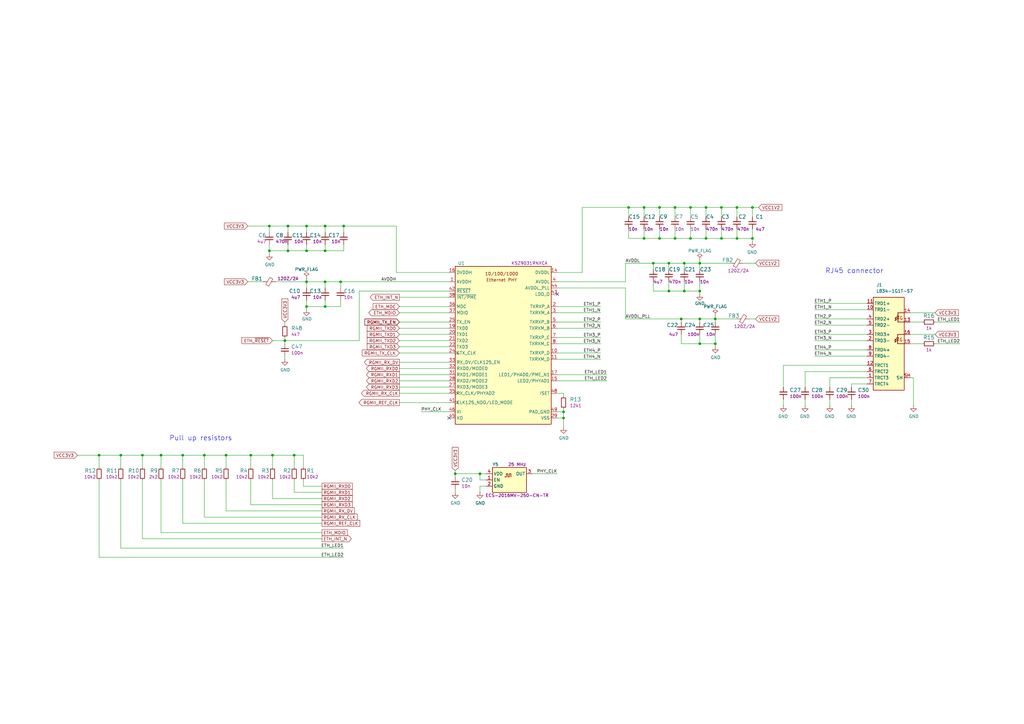
<source format=kicad_sch>
(kicad_sch (version 20230121) (generator eeschema)
  (paper "A3")
  (title_block (title "ECP5 - Datacenter Secure Control Module (DC-SCM)") (date "2024-07-15") (rev "1.2.1"))
  (junction (at 133.35 115.57))
  (junction (at 118.11 102.87))
  (junction (at 58.42 186.69))
  (junction (at 267.97 107.95))
  (junction (at 133.35 125.73))
  (junction (at 125.73 115.57))
  (junction (at 140.97 92.71))
  (junction (at 231.14 171.45))
  (junction (at 40.64 186.69))
  (junction (at 110.49 92.71))
  (junction (at 295.91 85.09))
  (junction (at 308.61 97.79))
  (junction (at 186.69 194.31))
  (junction (at 139.7 115.57))
  (junction (at 293.37 140.97))
  (junction (at 287.02 140.97))
  (junction (at 133.35 92.71))
  (junction (at 276.86 85.09))
  (junction (at 111.76 186.69))
  (junction (at 83.82 186.69))
  (junction (at 276.86 97.79))
  (junction (at 257.81 85.09))
  (junction (at 49.53 186.69))
  (junction (at 118.11 92.71))
  (junction (at 102.87 186.69))
  (junction (at 110.49 102.87))
  (junction (at 302.26 85.09))
  (junction (at 287.02 130.81))
  (junction (at 264.16 97.79))
  (junction (at 125.73 102.87))
  (junction (at 74.93 186.69))
  (junction (at 125.73 125.73))
  (junction (at 287.02 119.38))
  (junction (at 293.37 130.81))
  (junction (at 274.32 119.38))
  (junction (at 283.21 85.09))
  (junction (at 295.91 97.79))
  (junction (at 92.71 186.69))
  (junction (at 308.61 85.09))
  (junction (at 270.51 97.79))
  (junction (at 280.67 119.38))
  (junction (at 264.16 85.09))
  (junction (at 66.04 186.69))
  (junction (at 280.67 107.95))
  (junction (at 283.21 97.79))
  (junction (at 270.51 85.09))
  (junction (at 231.14 168.91))
  (junction (at 120.65 186.69))
  (junction (at 125.73 92.71))
  (junction (at 302.26 97.79))
  (junction (at 279.4 130.81))
  (junction (at 289.56 97.79))
  (junction (at 133.35 102.87))
  (junction (at 289.56 85.09))
  (junction (at 287.02 107.95))
  (junction (at 196.85 194.31))
  (junction (at 274.32 107.95))
  (junction (at 116.84 139.7))
  (no_connect (at 228.6 120.65))
  (no_connect (at 184.15 171.45))
  (wire (pts (xy 186.69 193.04) (xy 186.69 194.31)))
  (wire (pts (xy 302.26 97.79) (xy 308.61 97.79)))
  (wire (pts (xy 116.84 139.7) (xy 116.84 140.97)))
  (wire (pts (xy 287.02 115.57) (xy 287.02 119.38)))
  (wire (pts (xy 231.14 168.91) (xy 231.14 171.45)))
  (wire (pts (xy 289.56 85.09) (xy 295.91 85.09)))
  (wire (pts (xy 147.32 119.38) (xy 147.32 139.7)))
  (wire (pts (xy 279.4 140.97) (xy 287.02 140.97)))
  (wire (pts (xy 304.8 107.95) (xy 309.88 107.95)))
  (wire (pts (xy 334.01 137.16) (xy 355.6 137.16)))
  (wire (pts (xy 308.61 93.98) (xy 308.61 97.79)))
  (wire (pts (xy 289.56 85.09) (xy 289.56 88.9)))
  (wire (pts (xy 184.15 134.62) (xy 163.83 134.62)))
  (wire (pts (xy 196.85 199.39) (xy 196.85 201.93)))
  (wire (pts (xy 58.42 196.85) (xy 58.42 220.98)))
  (wire (pts (xy 184.15 161.29) (xy 163.83 161.29)))
  (wire (pts (xy 162.56 111.76) (xy 162.56 92.71)))
  (wire (pts (xy 307.34 130.81) (xy 309.88 130.81)))
  (wire (pts (xy 147.32 139.7) (xy 116.84 139.7)))
  (wire (pts (xy 246.38 128.27) (xy 228.6 128.27)))
  (wire (pts (xy 295.91 93.98) (xy 295.91 97.79)))
  (wire (pts (xy 287.02 107.95) (xy 287.02 110.49)))
  (wire (pts (xy 120.65 196.85) (xy 120.65 201.93)))
  (wire (pts (xy 308.61 85.09) (xy 308.61 88.9)))
  (wire (pts (xy 74.93 214.63) (xy 132.08 214.63)))
  (wire (pts (xy 231.14 162.56) (xy 231.14 161.29)))
  (wire (pts (xy 125.73 92.71) (xy 133.35 92.71)))
  (wire (pts (xy 133.35 125.73) (xy 139.7 125.73)))
  (wire (pts (xy 256.54 118.11) (xy 256.54 130.81)))
  (wire (pts (xy 231.14 167.64) (xy 231.14 168.91)))
  (wire (pts (xy 267.97 115.57) (xy 267.97 119.38)))
  (wire (pts (xy 184.15 111.76) (xy 162.56 111.76)))
  (wire (pts (xy 111.76 139.7) (xy 116.84 139.7)))
  (wire (pts (xy 110.49 92.71) (xy 110.49 95.25)))
  (wire (pts (xy 238.76 85.09) (xy 257.81 85.09)))
  (wire (pts (xy 140.97 224.79) (xy 49.53 224.79)))
  (wire (pts (xy 274.32 107.95) (xy 280.67 107.95)))
  (wire (pts (xy 133.35 123.19) (xy 133.35 125.73)))
  (wire (pts (xy 308.61 97.79) (xy 308.61 99.06)))
  (wire (pts (xy 293.37 132.08) (xy 293.37 130.81)))
  (wire (pts (xy 139.7 123.19) (xy 139.7 125.73)))
  (wire (pts (xy 83.82 212.09) (xy 132.08 212.09)))
  (wire (pts (xy 186.69 194.31) (xy 186.69 195.58)))
  (wire (pts (xy 124.46 199.39) (xy 132.08 199.39)))
  (wire (pts (xy 334.01 146.05) (xy 355.6 146.05)))
  (wire (pts (xy 287.02 130.81) (xy 293.37 130.81)))
  (wire (pts (xy 66.04 196.85) (xy 66.04 218.44)))
  (wire (pts (xy 283.21 85.09) (xy 283.21 88.9)))
  (wire (pts (xy 40.64 186.69) (xy 40.64 191.77)))
  (wire (pts (xy 132.08 207.01) (xy 102.87 207.01)))
  (wire (pts (xy 49.53 196.85) (xy 49.53 224.79)))
  (wire (pts (xy 334.01 143.51) (xy 355.6 143.51)))
  (wire (pts (xy 184.15 121.92) (xy 163.83 121.92)))
  (wire (pts (xy 116.84 146.05) (xy 116.84 147.32)))
  (wire (pts (xy 102.87 186.69) (xy 92.71 186.69)))
  (wire (pts (xy 293.37 129.54) (xy 293.37 130.81)))
  (wire (pts (xy 295.91 85.09) (xy 302.26 85.09)))
  (wire (pts (xy 270.51 97.79) (xy 276.86 97.79)))
  (wire (pts (xy 248.92 153.67) (xy 228.6 153.67)))
  (wire (pts (xy 334.01 130.81) (xy 355.6 130.81)))
  (wire (pts (xy 133.35 92.71) (xy 140.97 92.71)))
  (wire (pts (xy 184.15 165.1) (xy 163.83 165.1)))
  (wire (pts (xy 110.49 102.87) (xy 118.11 102.87)))
  (wire (pts (xy 334.01 127) (xy 355.6 127)))
  (wire (pts (xy 110.49 92.71) (xy 118.11 92.71)))
  (wire (pts (xy 107.95 115.57) (xy 101.6 115.57)))
  (wire (pts (xy 228.6 118.11) (xy 256.54 118.11)))
  (wire (pts (xy 74.93 196.85) (xy 74.93 214.63)))
  (wire (pts (xy 228.6 168.91) (xy 231.14 168.91)))
  (wire (pts (xy 246.38 134.62) (xy 228.6 134.62)))
  (wire (pts (xy 228.6 111.76) (xy 238.76 111.76)))
  (wire (pts (xy 246.38 125.73) (xy 228.6 125.73)))
  (wire (pts (xy 49.53 186.69) (xy 40.64 186.69)))
  (wire (pts (xy 330.2 163.83) (xy 330.2 166.37)))
  (wire (pts (xy 125.73 123.19) (xy 125.73 125.73)))
  (wire (pts (xy 140.97 100.33) (xy 140.97 102.87)))
  (wire (pts (xy 110.49 100.33) (xy 110.49 102.87)))
  (wire (pts (xy 393.7 132.08) (xy 383.54 132.08)))
  (wire (pts (xy 302.26 85.09) (xy 302.26 88.9)))
  (wire (pts (xy 246.38 144.78) (xy 228.6 144.78)))
  (wire (pts (xy 199.39 196.85) (xy 196.85 196.85)))
  (wire (pts (xy 118.11 100.33) (xy 118.11 102.87)))
  (wire (pts (xy 293.37 130.81) (xy 302.26 130.81)))
  (wire (pts (xy 110.49 102.87) (xy 110.49 104.14)))
  (wire (pts (xy 321.31 149.86) (xy 321.31 158.75)))
  (wire (pts (xy 302.26 85.09) (xy 308.61 85.09)))
  (wire (pts (xy 92.71 196.85) (xy 92.71 209.55)))
  (wire (pts (xy 231.14 161.29) (xy 228.6 161.29)))
  (wire (pts (xy 373.38 132.08) (xy 378.46 132.08)))
  (wire (pts (xy 196.85 194.31) (xy 186.69 194.31)))
  (wire (pts (xy 257.81 85.09) (xy 264.16 85.09)))
  (wire (pts (xy 295.91 85.09) (xy 295.91 88.9)))
  (wire (pts (xy 83.82 186.69) (xy 83.82 191.77)))
  (wire (pts (xy 287.02 106.68) (xy 287.02 107.95)))
  (wire (pts (xy 111.76 196.85) (xy 111.76 204.47)))
  (wire (pts (xy 287.02 137.16) (xy 287.02 140.97)))
  (wire (pts (xy 163.83 148.59) (xy 184.15 148.59)))
  (wire (pts (xy 118.11 92.71) (xy 118.11 95.25)))
  (wire (pts (xy 246.38 132.08) (xy 228.6 132.08)))
  (wire (pts (xy 125.73 102.87) (xy 133.35 102.87)))
  (wire (pts (xy 256.54 115.57) (xy 256.54 107.95)))
  (wire (pts (xy 184.15 156.21) (xy 163.83 156.21)))
  (wire (pts (xy 264.16 85.09) (xy 264.16 88.9)))
  (wire (pts (xy 257.81 93.98) (xy 257.81 97.79)))
  (wire (pts (xy 111.76 186.69) (xy 120.65 186.69)))
  (wire (pts (xy 140.97 228.6) (xy 40.64 228.6)))
  (wire (pts (xy 334.01 139.7) (xy 355.6 139.7)))
  (wire (pts (xy 349.25 157.48) (xy 355.6 157.48)))
  (wire (pts (xy 321.31 163.83) (xy 321.31 166.37)))
  (wire (pts (xy 256.54 130.81) (xy 279.4 130.81)))
  (wire (pts (xy 139.7 115.57) (xy 139.7 118.11)))
  (wire (pts (xy 58.42 220.98) (xy 132.08 220.98)))
  (wire (pts (xy 196.85 194.31) (xy 199.39 194.31)))
  (wire (pts (xy 274.32 119.38) (xy 267.97 119.38)))
  (wire (pts (xy 383.54 140.97) (xy 393.7 140.97)))
  (wire (pts (xy 58.42 186.69) (xy 49.53 186.69)))
  (wire (pts (xy 116.84 132.08) (xy 116.84 133.35)))
  (wire (pts (xy 256.54 107.95) (xy 267.97 107.95)))
  (wire (pts (xy 184.15 119.38) (xy 147.32 119.38)))
  (wire (pts (xy 111.76 186.69) (xy 102.87 186.69)))
  (wire (pts (xy 280.67 107.95) (xy 280.67 110.49)))
  (wire (pts (xy 118.11 92.71) (xy 125.73 92.71)))
  (wire (pts (xy 283.21 97.79) (xy 289.56 97.79)))
  (wire (pts (xy 113.03 115.57) (xy 125.73 115.57)))
  (wire (pts (xy 334.01 133.35) (xy 355.6 133.35)))
  (wire (pts (xy 184.15 144.78) (xy 163.83 144.78)))
  (wire (pts (xy 274.32 119.38) (xy 280.67 119.38)))
  (wire (pts (xy 246.38 138.43) (xy 228.6 138.43)))
  (wire (pts (xy 125.73 100.33) (xy 125.73 102.87)))
  (wire (pts (xy 283.21 93.98) (xy 283.21 97.79)))
  (wire (pts (xy 228.6 171.45) (xy 231.14 171.45)))
  (wire (pts (xy 83.82 186.69) (xy 74.93 186.69)))
  (wire (pts (xy 139.7 115.57) (xy 184.15 115.57)))
  (wire (pts (xy 274.32 115.57) (xy 274.32 119.38)))
  (wire (pts (xy 40.64 196.85) (xy 40.64 228.6)))
  (wire (pts (xy 163.83 153.67) (xy 184.15 153.67)))
  (wire (pts (xy 270.51 93.98) (xy 270.51 97.79)))
  (wire (pts (xy 120.65 186.69) (xy 120.65 191.77)))
  (wire (pts (xy 228.6 156.21) (xy 248.92 156.21)))
  (wire (pts (xy 111.76 186.69) (xy 111.76 191.77)))
  (wire (pts (xy 163.83 125.73) (xy 184.15 125.73)))
  (wire (pts (xy 330.2 152.4) (xy 355.6 152.4)))
  (wire (pts (xy 276.86 97.79) (xy 283.21 97.79)))
  (wire (pts (xy 133.35 102.87) (xy 140.97 102.87)))
  (wire (pts (xy 295.91 97.79) (xy 302.26 97.79)))
  (wire (pts (xy 289.56 97.79) (xy 295.91 97.79)))
  (wire (pts (xy 66.04 186.69) (xy 58.42 186.69)))
  (wire (pts (xy 340.36 154.94) (xy 355.6 154.94)))
  (wire (pts (xy 264.16 93.98) (xy 264.16 97.79)))
  (wire (pts (xy 110.49 92.71) (xy 101.6 92.71)))
  (wire (pts (xy 383.54 128.27) (xy 373.38 128.27)))
  (wire (pts (xy 163.83 142.24) (xy 184.15 142.24)))
  (wire (pts (xy 186.69 201.93) (xy 186.69 200.66)))
  (wire (pts (xy 289.56 85.09) (xy 283.21 85.09)))
  (wire (pts (xy 132.08 204.47) (xy 111.76 204.47)))
  (wire (pts (xy 58.42 186.69) (xy 58.42 191.77)))
  (wire (pts (xy 133.35 100.33) (xy 133.35 102.87)))
  (wire (pts (xy 383.54 137.16) (xy 373.38 137.16)))
  (wire (pts (xy 283.21 85.09) (xy 276.86 85.09)))
  (wire (pts (xy 125.73 92.71) (xy 125.73 95.25)))
  (wire (pts (xy 280.67 107.95) (xy 287.02 107.95)))
  (wire (pts (xy 279.4 132.08) (xy 279.4 130.81)))
  (wire (pts (xy 133.35 115.57) (xy 133.35 118.11)))
  (wire (pts (xy 66.04 186.69) (xy 66.04 191.77)))
  (wire (pts (xy 276.86 93.98) (xy 276.86 97.79)))
  (wire (pts (xy 92.71 186.69) (xy 92.71 191.77)))
  (wire (pts (xy 184.15 139.7) (xy 163.83 139.7)))
  (wire (pts (xy 287.02 140.97) (xy 293.37 140.97)))
  (wire (pts (xy 120.65 186.69) (xy 124.46 186.69)))
  (wire (pts (xy 287.02 119.38) (xy 287.02 120.65)))
  (wire (pts (xy 267.97 107.95) (xy 267.97 110.49)))
  (wire (pts (xy 118.11 102.87) (xy 125.73 102.87)))
  (wire (pts (xy 287.02 107.95) (xy 299.72 107.95)))
  (wire (pts (xy 330.2 152.4) (xy 330.2 158.75)))
  (wire (pts (xy 163.83 137.16) (xy 184.15 137.16)))
  (wire (pts (xy 289.56 93.98) (xy 289.56 97.79)))
  (wire (pts (xy 83.82 196.85) (xy 83.82 212.09)))
  (wire (pts (xy 184.15 128.27) (xy 163.83 128.27)))
  (wire (pts (xy 124.46 186.69) (xy 124.46 191.77)))
  (wire (pts (xy 349.25 163.83) (xy 349.25 166.37)))
  (wire (pts (xy 125.73 125.73) (xy 133.35 125.73)))
  (wire (pts (xy 302.26 93.98) (xy 302.26 97.79)))
  (wire (pts (xy 184.15 168.91) (xy 172.72 168.91)))
  (wire (pts (xy 133.35 115.57) (xy 139.7 115.57)))
  (wire (pts (xy 125.73 115.57) (xy 125.73 118.11)))
  (wire (pts (xy 274.32 107.95) (xy 274.32 110.49)))
  (wire (pts (xy 238.76 111.76) (xy 238.76 85.09)))
  (wire (pts (xy 116.84 138.43) (xy 116.84 139.7)))
  (wire (pts (xy 264.16 97.79) (xy 270.51 97.79)))
  (wire (pts (xy 218.44 194.31) (xy 228.6 194.31)))
  (wire (pts (xy 349.25 158.75) (xy 349.25 157.48)))
  (wire (pts (xy 267.97 107.95) (xy 274.32 107.95)))
  (wire (pts (xy 231.14 171.45) (xy 231.14 175.26)))
  (wire (pts (xy 184.15 151.13) (xy 163.83 151.13)))
  (wire (pts (xy 228.6 115.57) (xy 256.54 115.57)))
  (wire (pts (xy 74.93 186.69) (xy 74.93 191.77)))
  (wire (pts (xy 308.61 85.09) (xy 311.15 85.09)))
  (wire (pts (xy 133.35 92.71) (xy 133.35 95.25)))
  (wire (pts (xy 246.38 140.97) (xy 228.6 140.97)))
  (wire (pts (xy 132.08 201.93) (xy 120.65 201.93)))
  (wire (pts (xy 140.97 92.71) (xy 162.56 92.71)))
  (wire (pts (xy 125.73 115.57) (xy 133.35 115.57)))
  (wire (pts (xy 334.01 124.46) (xy 355.6 124.46)))
  (wire (pts (xy 293.37 140.97) (xy 293.37 142.24)))
  (wire (pts (xy 270.51 85.09) (xy 270.51 88.9)))
  (wire (pts (xy 125.73 125.73) (xy 125.73 127)))
  (wire (pts (xy 280.67 119.38) (xy 287.02 119.38)))
  (wire (pts (xy 124.46 196.85) (xy 124.46 199.39)))
  (wire (pts (xy 40.64 186.69) (xy 31.75 186.69)))
  (wire (pts (xy 163.83 132.08) (xy 184.15 132.08)))
  (wire (pts (xy 132.08 218.44) (xy 66.04 218.44)))
  (wire (pts (xy 199.39 199.39) (xy 196.85 199.39)))
  (wire (pts (xy 276.86 85.09) (xy 276.86 88.9)))
  (wire (pts (xy 276.86 85.09) (xy 270.51 85.09)))
  (wire (pts (xy 102.87 196.85) (xy 102.87 207.01)))
  (wire (pts (xy 270.51 85.09) (xy 264.16 85.09)))
  (wire (pts (xy 257.81 97.79) (xy 264.16 97.79)))
  (wire (pts (xy 163.83 158.75) (xy 184.15 158.75)))
  (wire (pts (xy 340.36 158.75) (xy 340.36 154.94)))
  (wire (pts (xy 340.36 163.83) (xy 340.36 166.37)))
  (wire (pts (xy 125.73 114.3) (xy 125.73 115.57)))
  (wire (pts (xy 74.93 186.69) (xy 66.04 186.69)))
  (wire (pts (xy 373.38 154.94) (xy 374.65 154.94)))
  (wire (pts (xy 373.38 140.97) (xy 378.46 140.97)))
  (wire (pts (xy 257.81 85.09) (xy 257.81 88.9)))
  (wire (pts (xy 279.4 130.81) (xy 287.02 130.81)))
  (wire (pts (xy 279.4 137.16) (xy 279.4 140.97)))
  (wire (pts (xy 287.02 132.08) (xy 287.02 130.81)))
  (wire (pts (xy 355.6 149.86) (xy 321.31 149.86)))
  (wire (pts (xy 293.37 137.16) (xy 293.37 140.97)))
  (wire (pts (xy 92.71 209.55) (xy 132.08 209.55)))
  (wire (pts (xy 196.85 196.85) (xy 196.85 194.31)))
  (wire (pts (xy 102.87 186.69) (xy 102.87 191.77)))
  (wire (pts (xy 374.65 154.94) (xy 374.65 166.37)))
  (wire (pts (xy 92.71 186.69) (xy 83.82 186.69)))
  (wire (pts (xy 140.97 92.71) (xy 140.97 95.25)))
  (wire (pts (xy 280.67 115.57) (xy 280.67 119.38)))
  (wire (pts (xy 246.38 147.32) (xy 228.6 147.32)))
  (wire (pts (xy 49.53 186.69) (xy 49.53 191.77)))
  (text "RJ45 connector" (at 338.455 112.395 0) (effects (font (size 2.0066 2.0066)) (justify left bottom)))
  (text "Pull up resistors" (at 95.25 180.975 0) (effects (font (size 2.0066 2.0066)) (justify right bottom)))
  (label "ETH1_P" (at 334.01 124.46 0))
  (label "ETH4_P" (at 334.01 143.51 0))
  (label "ETH4_P" (at 246.38 144.78 180))
  (label "AVDDL" (at 256.54 107.95 0))
  (label "ETH_LED2" (at 393.7 140.97 180))
  (label "ETH4_N" (at 246.38 147.32 180))
  (label "ETH2_N" (at 246.38 134.62 180))
  (label "ETH4_N" (at 334.01 146.05 0))
  (label "ETH2_P" (at 246.38 132.08 180))
  (label "ETH1_P" (at 246.38 125.73 180))
  (label "ETH2_N" (at 334.01 133.35 0))
  (label "PHY_CLK" (at 172.72 168.91 0))
  (label "ETH1_N" (at 246.38 128.27 180))
  (label "ETH1_N" (at 334.01 127 0))
  (label "ETH_LED2" (at 248.92 156.21 180))
  (label "ETH_LED1" (at 248.92 153.67 180))
  (label "ETH3_N" (at 246.38 140.97 180))
  (label "ETH3_N" (at 334.01 139.7 0))
  (label "ETH2_P" (at 334.01 130.81 0))
  (label "ETH3_P" (at 334.01 137.16 0))
  (label "ETH_LED2" (at 140.97 228.6 180))
  (label "ETH_LED1" (at 393.7 132.08 180))
  (label "ETH_LED1" (at 140.97 224.79 180))
  (label "PHY_CLK" (at 228.6 194.31 180))
  (label "ETH3_P" (at 246.38 138.43 180))
  (label "AVDDL_PLL" (at 256.54 130.81 0))
  (label "AVDDH" (at 162.56 115.57 180))
  (global_label "ETH_INT_N" (shape output) (at 163.83 121.92 180) (property "Intersheetrefs" "${INTERSHEET_REFS}" (effects hide)))
  (global_label "RGMII_TX_EN" (shape input) (at 163.83 132.08 180) (property "Intersheetrefs" "${INTERSHEET_REFS}" (effects hide)))
  (global_label "RGMII_RXD1" (shape output) (at 163.83 153.67 180) (property "Intersheetrefs" "${INTERSHEET_REFS}" (effects hide)))
  (global_label "RGMII_RX_DV" (shape passive) (at 132.08 209.55 0) (property "Intersheetrefs" "${INTERSHEET_REFS}" (effects hide)))
  (global_label "VCC1V2" (shape input) (at 309.88 130.81 0) (property "Intersheetrefs" "${INTERSHEET_REFS}" (effects hide)))
  (global_label "RGMII_RXD3" (shape output) (at 163.83 158.75 180) (property "Intersheetrefs" "${INTERSHEET_REFS}" (effects hide)))
  (global_label "RGMII_TXD2" (shape input) (at 163.83 139.7 180) (property "Intersheetrefs" "${INTERSHEET_REFS}" (effects hide)))
  (global_label "VCC3V3" (shape input) (at 383.54 137.16 0) (property "Intersheetrefs" "${INTERSHEET_REFS}" (effects hide)))
  (global_label "RGMII_RX_DV" (shape output) (at 163.83 148.59 180) (property "Intersheetrefs" "${INTERSHEET_REFS}" (effects hide)))
  (global_label "RGMII_TX_CLK" (shape input) (at 163.83 144.78 180) (property "Intersheetrefs" "${INTERSHEET_REFS}" (effects hide)))
  (global_label "RGMII_RXD0" (shape output) (at 163.83 151.13 180) (property "Intersheetrefs" "${INTERSHEET_REFS}" (effects hide)))
  (global_label "VCC3V3" (shape input) (at 101.6 92.71 180) (property "Intersheetrefs" "${INTERSHEET_REFS}" (effects hide)))
  (global_label "RGMII_TXD0" (shape input) (at 163.83 134.62 180) (property "Intersheetrefs" "${INTERSHEET_REFS}" (effects hide)))
  (global_label "RGMII_REF_CLK" (shape passive) (at 132.08 214.63 0) (property "Intersheetrefs" "${INTERSHEET_REFS}" (effects hide)))
  (global_label "ETH_MDIO" (shape bidirectional) (at 163.83 128.27 180) (property "Intersheetrefs" "${INTERSHEET_REFS}" (effects hide)))
  (global_label "RGMII_RXD3" (shape passive) (at 132.08 207.01 0) (property "Intersheetrefs" "${INTERSHEET_REFS}" (effects hide)))
  (global_label "VCC3V3" (shape input) (at 186.69 193.04 90) (property "Intersheetrefs" "${INTERSHEET_REFS}" (effects hide)))
  (global_label "RGMII_TXD1" (shape input) (at 163.83 137.16 180) (property "Intersheetrefs" "${INTERSHEET_REFS}" (effects hide)))
  (global_label "ETH_MDC" (shape input) (at 163.83 125.73 180) (property "Intersheetrefs" "${INTERSHEET_REFS}" (effects hide)))
  (global_label "ETH_INT_N" (shape output) (at 132.08 220.98 0) (property "Intersheetrefs" "${INTERSHEET_REFS}" (effects hide)))
  (global_label "VCC1V2" (shape input) (at 309.88 107.95 0) (property "Intersheetrefs" "${INTERSHEET_REFS}" (effects hide)))
  (global_label "VCC1V2" (shape input) (at 311.15 85.09 0) (property "Intersheetrefs" "${INTERSHEET_REFS}" (effects hide)))
  (global_label "RGMII_REF_CLK" (shape output) (at 163.83 165.1 180) (property "Intersheetrefs" "${INTERSHEET_REFS}" (effects hide)))
  (global_label "RGMII_TXD3" (shape input) (at 163.83 142.24 180) (property "Intersheetrefs" "${INTERSHEET_REFS}" (effects hide)))
  (global_label "RGMII_RXD2" (shape passive) (at 132.08 204.47 0) (property "Intersheetrefs" "${INTERSHEET_REFS}" (effects hide)))
  (global_label "RGMII_RX_CLK" (shape passive) (at 132.08 212.09 0) (property "Intersheetrefs" "${INTERSHEET_REFS}" (effects hide)))
  (global_label "RGMII_RXD2" (shape output) (at 163.83 156.21 180) (property "Intersheetrefs" "${INTERSHEET_REFS}" (effects hide)))
  (global_label "VCC3V3" (shape input) (at 31.75 186.69 180) (property "Intersheetrefs" "${INTERSHEET_REFS}" (effects hide)))
  (global_label "RGMII_RXD1" (shape passive) (at 132.08 201.93 0) (property "Intersheetrefs" "${INTERSHEET_REFS}" (effects hide)))
  (global_label "VCC3V3" (shape input) (at 116.84 132.08 90) (property "Intersheetrefs" "${INTERSHEET_REFS}" (effects hide)))
  (global_label "RGMII_RXD0" (shape passive) (at 132.08 199.39 0) (property "Intersheetrefs" "${INTERSHEET_REFS}" (effects hide)))
  (global_label "RGMII_TX_EN" (shape input) (at 163.83 132.08 180) (property "Intersheetrefs" "${INTERSHEET_REFS}" (effects hide)))
  (global_label "ETH_~{RESET}" (shape input) (at 111.76 139.7 180) (property "Intersheetrefs" "${INTERSHEET_REFS}" (effects hide)))
  (global_label "VCC3V3" (shape input) (at 383.54 128.27 0) (property "Intersheetrefs" "${INTERSHEET_REFS}" (effects hide)))
  (global_label "VCC3V3" (shape input) (at 101.6 115.57 180) (property "Intersheetrefs" "${INTERSHEET_REFS}" (effects hide)))
  (global_label "RGMII_RX_CLK" (shape output) (at 163.83 161.29 180) (property "Intersheetrefs" "${INTERSHEET_REFS}" (effects hide)))
  (global_label "ETH_MDIO" (shape passive) (at 132.08 218.44 0) (property "Intersheetrefs" "${INTERSHEET_REFS}" (effects hide)))
  (symbol (lib_id "antmicroResistors0402:R_2k2_0402") (at 66.04 191.77 90) (mirror x) (unit 1)
    (property "Reference" "R9" (at 64.77 193.04 90) (effects (font (size 1.524 1.524)) (justify left)))
    (property "Value" "R_2k2_0402" (effects hide))
    (property "Footprint" "antmicro-footprints:R_0402_1005Metric" (effects hide))
    (property "Datasheet" "https://www.bourns.com/docs/product-datasheets/cr.pdf" (effects hide))
    (property "Manufacturer" "Bourns" (effects hide))
    (property "MPN" "CR0402-FX-2201GLF" (effects hide))
    (property "Val" "2k2" (at 64.77 195.58 90) (effects (justify left)))
    (property "License" "Apache-2.0" (effects hide))
    (property "Author" "Antmicro" (effects hide))
    (property "Tolerance" "1%" (effects hide))
    (property "Public" "False" (effects hide))
  )
  (symbol (lib_id "antmicroResistors0402:R_1k_0402") (at 378.46 132.08 0) (unit 1)
    (property "Reference" "R16" (at 381 129.54 0) (effects (font (size 1.524 1.524))))
    (property "Value" "R_1k_0402" (effects hide))
    (property "Footprint" "antmicro-footprints:R_0402_1005Metric" (effects hide))
    (property "Datasheet" "https://www.bourns.com/docs/product-datasheets/cr.pdf" (effects hide))
    (property "Manufacturer" "Bourns" (effects hide))
    (property "MPN" "CR0402-FX-1001GLF" (effects hide))
    (property "Val" "1k" (at 381 134.62 0))
    (property "License" "Apache-2.0" (effects hide))
    (property "Author" "Antmicro" (effects hide))
    (property "Tolerance" "1%" (effects hide))
    (property "Public" "False" (effects hide))
  )
  (symbol (lib_id "antmicroResistors0402:R_1k_0402") (at 378.46 140.97 0) (unit 1)
    (property "Reference" "R15" (at 381 138.43 0) (effects (font (size 1.524 1.524))))
    (property "Value" "R_1k_0402" (effects hide))
    (property "Footprint" "antmicro-footprints:R_0402_1005Metric" (effects hide))
    (property "Datasheet" "https://www.bourns.com/docs/product-datasheets/cr.pdf" (effects hide))
    (property "Manufacturer" "Bourns" (effects hide))
    (property "MPN" "CR0402-FX-1001GLF" (effects hide))
    (property "Val" "1k" (at 381 143.51 0))
    (property "License" "Apache-2.0" (effects hide))
    (property "Author" "Antmicro" (effects hide))
    (property "Tolerance" "1%" (effects hide))
    (property "Public" "False" (effects hide))
  )
  (symbol (lib_id "antmicropower:GND") (at 374.65 166.37 0) (unit 1)
    (property "Reference" "#PWR09" (effects hide))
    (property "Value" "GND" (at 374.777 170.7642 0))
    (property "Author" "Antmicro" (effects hide))
    (property "License" "Apache-2.0" (effects hide))
  )
  (symbol (lib_id "antmicroCapacitors0402:C_4u7_0402") (at 267.97 115.57 90) (unit 1)
    (property "Reference" "C18" (at 273.05 110.49 90) (effects (font (size 1.524 1.524)) (justify left)))
    (property "Value" "C_4u7_0402" (effects hide))
    (property "Footprint" "antmicro-footprints:C_0402_1005Metric" (effects hide))
    (property "Datasheet" "https://www.murata.com/products/productdetail?partno=GRM155R61A475MEAA%23" (effects hide))
    (property "Manufacturer" "Murata" (effects hide))
    (property "MPN" "GRM155R61A475MEAAD" (effects hide))
    (property "Val" "4u7" (at 271.78 115.57 90) (effects (justify left)))
    (property "License" "Apache-2.0" (effects hide))
    (property "Author" "Antmicro" (effects hide))
    (property "Public" "False" (effects hide))
  )
  (symbol (lib_id "antmicroCapacitors0402:C_470n_0402") (at 274.32 115.57 90) (unit 1)
    (property "Reference" "C19" (at 274.32 110.49 90) (effects (font (size 1.524 1.524)) (justify right)))
    (property "Value" "C_470n_0402" (effects hide))
    (property "Footprint" "antmicro-footprints:C_0402_1005Metric" (effects hide))
    (property "Datasheet" "https://product.tdk.com/en/search/capacitor/ceramic/mlcc/info?part_no=C1005X5R1E474M050BB" (effects hide))
    (property "Manufacturer" "TDK" (effects hide))
    (property "MPN" "C1005X5R1E474M050BB" (effects hide))
    (property "Val" "470n" (at 274.32 115.57 90) (effects (justify right)))
    (property "License" "Apache-2.0" (effects hide))
    (property "Author" "Antmicro" (effects hide))
    (property "Public" "False" (effects hide))
  )
  (symbol (lib_id "antmicroCapacitors0402:C_10n_0402") (at 280.67 115.57 90) (unit 1)
    (property "Reference" "C21" (at 280.67 110.49 90) (effects (font (size 1.524 1.524)) (justify right)))
    (property "Value" "C_10n_0402" (effects hide))
    (property "Footprint" "antmicro-footprints:C_0402_1005Metric" (effects hide))
    (property "Datasheet" "https://www.murata.com/products/productdetail?partno=GRM155R71H103KA88%23" (effects hide))
    (property "Manufacturer" "Murata" (effects hide))
    (property "MPN" "GRM155R71H103KA88D" (effects hide))
    (property "Val" "10n" (at 280.67 115.57 90) (effects (justify right)))
    (property "License" "Apache-2.0" (effects hide))
    (property "Author" "Antmicro" (effects hide))
    (property "Voltage" "50V" (effects hide))
    (property "Dielectric" "X7R" (effects hide))
    (property "Public" "False" (effects hide))
  )
  (symbol (lib_id "antmicroCapacitors0402:C_100n_0402") (at 287.02 137.16 90) (unit 1)
    (property "Reference" "C24" (at 280.67 133.35 90) (effects (font (size 1.524 1.524)) (justify right)))
    (property "Value" "C_100n_0402" (effects hide))
    (property "Footprint" "antmicro-footprints:C_0402_1005Metric" (effects hide))
    (property "Datasheet" "https://www.murata.com/products/productdetail?partno=GRM155R61H104KE14%23" (effects hide))
    (property "Manufacturer" "Murata" (effects hide))
    (property "MPN" "GRM155R61H104KE14D" (effects hide))
    (property "Val" "100n" (at 281.94 137.16 90) (effects (justify right)))
    (property "License" "Apache-2.0" (effects hide))
    (property "Author" "Antmicro" (effects hide))
    (property "Voltage" "50V" (effects hide))
    (property "Dielectric" "X5R" (effects hide))
    (property "Public" "False" (effects hide))
  )
  (symbol (lib_id "antmicroCapacitors0402:C_10n_0402") (at 186.69 200.66 90) (unit 1)
    (property "Reference" "C20" (at 189.23 196.8436 90) (effects (font (size 1.524 1.524)) (justify right)))
    (property "Value" "C_10n_0402" (effects hide))
    (property "Footprint" "antmicro-footprints:C_0402_1005Metric" (effects hide))
    (property "Datasheet" "https://www.murata.com/products/productdetail?partno=GRM155R71H103KA88%23" (effects hide))
    (property "Manufacturer" "Murata" (effects hide))
    (property "MPN" "GRM155R71H103KA88D" (effects hide))
    (property "Val" "10n" (at 189.23 199.3836 90) (effects (justify right)))
    (property "License" "Apache-2.0" (effects hide))
    (property "Author" "Antmicro" (effects hide))
    (property "Voltage" "50V" (effects hide))
    (property "Dielectric" "X7R" (effects hide))
    (property "Public" "False" (effects hide))
  )
  (symbol (lib_id "antmicroCapacitors0402:C_10n_0402") (at 287.02 115.57 90) (unit 1)
    (property "Reference" "C23" (at 287.02 110.49 90) (effects (font (size 1.524 1.524)) (justify right)))
    (property "Value" "C_10n_0402" (effects hide))
    (property "Footprint" "antmicro-footprints:C_0402_1005Metric" (effects hide))
    (property "Datasheet" "https://www.murata.com/products/productdetail?partno=GRM155R71H103KA88%23" (effects hide))
    (property "Manufacturer" "Murata" (effects hide))
    (property "MPN" "GRM155R71H103KA88D" (effects hide))
    (property "Val" "10n" (at 287.02 115.57 90) (effects (justify right)))
    (property "License" "Apache-2.0" (effects hide))
    (property "Author" "Antmicro" (effects hide))
    (property "Voltage" "50V" (effects hide))
    (property "Dielectric" "X7R" (effects hide))
    (property "Public" "False" (effects hide))
  )
  (symbol (lib_id "antmicroCapacitors0402:C_4u7_0402") (at 279.4 137.16 90) (unit 1)
    (property "Reference" "C22" (at 278.13 133.35 90) (effects (font (size 1.524 1.524)) (justify left)))
    (property "Value" "C_4u7_0402" (effects hide))
    (property "Footprint" "antmicro-footprints:C_0402_1005Metric" (effects hide))
    (property "Datasheet" "https://www.murata.com/products/productdetail?partno=GRM155R61A475MEAA%23" (effects hide))
    (property "Manufacturer" "Murata" (effects hide))
    (property "MPN" "GRM155R61A475MEAAD" (effects hide))
    (property "Val" "4u7" (at 278.13 137.16 90) (effects (justify left)))
    (property "License" "Apache-2.0" (effects hide))
    (property "Author" "Antmicro" (effects hide))
    (property "Public" "False" (effects hide))
  )
  (symbol (lib_id "antmicroCapacitors0402:C_10n_0402") (at 293.37 137.16 90) (unit 1)
    (property "Reference" "C25" (at 288.29 133.35 90) (effects (font (size 1.524 1.524)) (justify right)))
    (property "Value" "C_10n_0402" (effects hide))
    (property "Footprint" "antmicro-footprints:C_0402_1005Metric" (effects hide))
    (property "Datasheet" "https://www.murata.com/products/productdetail?partno=GRM155R71H103KA88%23" (effects hide))
    (property "Manufacturer" "Murata" (effects hide))
    (property "MPN" "GRM155R71H103KA88D" (effects hide))
    (property "Val" "10n" (at 289.56 137.16 90) (effects (justify right)))
    (property "License" "Apache-2.0" (effects hide))
    (property "Author" "Antmicro" (effects hide))
    (property "Voltage" "50V" (effects hide))
    (property "Dielectric" "X7R" (effects hide))
    (property "Public" "False" (effects hide))
  )
  (symbol (lib_id "antmicropower:GND") (at 186.69 201.93 0) (unit 1)
    (property "Reference" "#PWR030" (effects hide))
    (property "Value" "GND" (at 186.817 206.3242 0))
    (property "Author" "Antmicro" (effects hide))
    (property "License" "Apache-2.0" (effects hide))
  )
  (symbol (lib_id "antmicropower:GND") (at 196.85 201.93 0) (unit 1)
    (property "Reference" "#PWR05" (effects hide))
    (property "Value" "GND" (at 196.977 206.3242 0))
    (property "Author" "Antmicro" (effects hide))
    (property "License" "Apache-2.0" (effects hide))
  )
  (symbol (lib_id "antmicropower:GND") (at 293.37 142.24 0) (unit 1)
    (property "Reference" "#PWR07" (effects hide))
    (property "Value" "GND" (at 293.497 146.6342 0))
    (property "Author" "Antmicro" (effects hide))
    (property "License" "Apache-2.0" (effects hide))
  )
  (symbol (lib_id "antmicropower:GND") (at 287.02 120.65 0) (unit 1)
    (property "Reference" "#PWR06" (effects hide))
    (property "Value" "GND" (at 287.02 124.46 0))
    (property "Author" "Antmicro" (effects hide))
    (property "License" "Apache-2.0" (effects hide))
  )
  (symbol (lib_id "antmicropower:GND") (at 231.14 175.26 0) (unit 1)
    (property "Reference" "#PWR04" (effects hide))
    (property "Value" "GND" (at 231.267 179.6542 0))
    (property "Author" "Antmicro" (effects hide))
    (property "License" "Apache-2.0" (effects hide))
  )
  (symbol (lib_id "antmicroResistors0402:R_10k2_0402") (at 124.46 196.85 270) (mirror x) (unit 1)
    (property "Reference" "R1" (at 125.73 193.04 90) (effects (font (size 1.524 1.524)) (justify left)))
    (property "Value" "R_10k2_0402" (effects hide))
    (property "Footprint" "antmicro-footprints:R_0402_1005Metric" (effects hide))
    (property "Datasheet" "https://www.bourns.com/docs/product-datasheets/cr.pdf" (effects hide))
    (property "Manufacturer" "Bourns" (effects hide))
    (property "MPN" "CR0402-FX-1022GLF" (effects hide))
    (property "Val" "10k2" (at 125.73 195.58 90) (effects (justify left)))
    (property "License" "Apache-2.0" (effects hide))
    (property "Author" "Antmicro" (effects hide))
    (property "Tolerance" "1%" (effects hide))
    (property "Public" "False" (effects hide))
  )
  (symbol (lib_id "antmicroResistors0402:R_10k2_0402") (at 120.65 196.85 270) (mirror x) (unit 1)
    (property "Reference" "R2" (at 119.38 193.04 90) (effects (font (size 1.524 1.524)) (justify right)))
    (property "Value" "R_10k2_0402" (effects hide))
    (property "Footprint" "antmicro-footprints:R_0402_1005Metric" (effects hide))
    (property "Datasheet" "https://www.bourns.com/docs/product-datasheets/cr.pdf" (effects hide))
    (property "Manufacturer" "Bourns" (effects hide))
    (property "MPN" "CR0402-FX-1022GLF" (effects hide))
    (property "Val" "10k2" (at 119.38 195.58 90) (effects (justify right)))
    (property "License" "Apache-2.0" (effects hide))
    (property "Author" "Antmicro" (effects hide))
    (property "Tolerance" "1%" (effects hide))
    (property "Public" "False" (effects hide))
  )
  (symbol (lib_id "antmicroResistors0402:R_10k2_0402") (at 111.76 196.85 270) (mirror x) (unit 1)
    (property "Reference" "R3" (at 110.49 193.04 90) (effects (font (size 1.524 1.524)) (justify right)))
    (property "Value" "R_10k2_0402" (effects hide))
    (property "Footprint" "antmicro-footprints:R_0402_1005Metric" (effects hide))
    (property "Datasheet" "https://www.bourns.com/docs/product-datasheets/cr.pdf" (effects hide))
    (property "Manufacturer" "Bourns" (effects hide))
    (property "MPN" "CR0402-FX-1022GLF" (effects hide))
    (property "Val" "10k2" (at 110.49 195.58 90) (effects (justify right)))
    (property "License" "Apache-2.0" (effects hide))
    (property "Author" "Antmicro" (effects hide))
    (property "Tolerance" "1%" (effects hide))
    (property "Public" "False" (effects hide))
  )
  (symbol (lib_id "antmicroResistors0402:R_10k2_0402") (at 102.87 196.85 270) (mirror x) (unit 1)
    (property "Reference" "R4" (at 101.6 193.04 90) (effects (font (size 1.524 1.524)) (justify right)))
    (property "Value" "R_10k2_0402" (effects hide))
    (property "Footprint" "antmicro-footprints:R_0402_1005Metric" (effects hide))
    (property "Datasheet" "https://www.bourns.com/docs/product-datasheets/cr.pdf" (effects hide))
    (property "Manufacturer" "Bourns" (effects hide))
    (property "MPN" "CR0402-FX-1022GLF" (effects hide))
    (property "Val" "10k2" (at 101.6 195.58 90) (effects (justify right)))
    (property "License" "Apache-2.0" (effects hide))
    (property "Author" "Antmicro" (effects hide))
    (property "Tolerance" "1%" (effects hide))
    (property "Public" "False" (effects hide))
  )
  (symbol (lib_id "antmicroResistors0402:R_10k2_0402") (at 92.71 196.85 270) (mirror x) (unit 1)
    (property "Reference" "R5" (at 91.44 193.04 90) (effects (font (size 1.524 1.524)) (justify right)))
    (property "Value" "R_10k2_0402" (effects hide))
    (property "Footprint" "antmicro-footprints:R_0402_1005Metric" (effects hide))
    (property "Datasheet" "https://www.bourns.com/docs/product-datasheets/cr.pdf" (effects hide))
    (property "Manufacturer" "Bourns" (effects hide))
    (property "MPN" "CR0402-FX-1022GLF" (effects hide))
    (property "Val" "10k2" (at 91.44 195.58 90) (effects (justify right)))
    (property "License" "Apache-2.0" (effects hide))
    (property "Author" "Antmicro" (effects hide))
    (property "Tolerance" "1%" (effects hide))
    (property "Public" "False" (effects hide))
  )
  (symbol (lib_id "antmicroResistors0402:R_10k2_0402") (at 83.82 196.85 270) (mirror x) (unit 1)
    (property "Reference" "R6" (at 82.55 193.04 90) (effects (font (size 1.524 1.524)) (justify right)))
    (property "Value" "R_10k2_0402" (effects hide))
    (property "Footprint" "antmicro-footprints:R_0402_1005Metric" (effects hide))
    (property "Datasheet" "https://www.bourns.com/docs/product-datasheets/cr.pdf" (effects hide))
    (property "Manufacturer" "Bourns" (effects hide))
    (property "MPN" "CR0402-FX-1022GLF" (effects hide))
    (property "Val" "10k2" (at 82.55 195.58 90) (effects (justify right)))
    (property "License" "Apache-2.0" (effects hide))
    (property "Author" "Antmicro" (effects hide))
    (property "Tolerance" "1%" (effects hide))
    (property "Public" "False" (effects hide))
  )
  (symbol (lib_id "antmicroResistors0402:R_10k2_0402") (at 74.93 196.85 270) (mirror x) (unit 1)
    (property "Reference" "R7" (at 73.66 193.04 90) (effects (font (size 1.524 1.524)) (justify right)))
    (property "Value" "R_10k2_0402" (effects hide))
    (property "Footprint" "antmicro-footprints:R_0402_1005Metric" (effects hide))
    (property "Datasheet" "https://www.bourns.com/docs/product-datasheets/cr.pdf" (effects hide))
    (property "Manufacturer" "Bourns" (effects hide))
    (property "MPN" "CR0402-FX-1022GLF" (effects hide))
    (property "Val" "10k2" (at 73.66 195.58 90) (effects (justify right)))
    (property "License" "Apache-2.0" (effects hide))
    (property "Author" "Antmicro" (effects hide))
    (property "Tolerance" "1%" (effects hide))
    (property "Public" "False" (effects hide))
  )
  (symbol (lib_id "antmicroResistors0402:R_10k2_0402") (at 58.42 196.85 270) (mirror x) (unit 1)
    (property "Reference" "R10" (at 57.15 193.04 90) (effects (font (size 1.524 1.524)) (justify right)))
    (property "Value" "R_10k2_0402" (effects hide))
    (property "Footprint" "antmicro-footprints:R_0402_1005Metric" (effects hide))
    (property "Datasheet" "https://www.bourns.com/docs/product-datasheets/cr.pdf" (effects hide))
    (property "Manufacturer" "Bourns" (effects hide))
    (property "MPN" "CR0402-FX-1022GLF" (effects hide))
    (property "Val" "10k2" (at 57.15 195.58 90) (effects (justify right)))
    (property "License" "Apache-2.0" (effects hide))
    (property "Author" "Antmicro" (effects hide))
    (property "Tolerance" "1%" (effects hide))
    (property "Public" "False" (effects hide))
  )
  (symbol (lib_id "antmicroResistors0402:R_10k2_0402") (at 40.64 196.85 270) (mirror x) (unit 1)
    (property "Reference" "R12" (at 39.37 193.04 90) (effects (font (size 1.524 1.524)) (justify right)))
    (property "Value" "R_10k2_0402" (effects hide))
    (property "Footprint" "antmicro-footprints:R_0402_1005Metric" (effects hide))
    (property "Datasheet" "https://www.bourns.com/docs/product-datasheets/cr.pdf" (effects hide))
    (property "Manufacturer" "Bourns" (effects hide))
    (property "MPN" "CR0402-FX-1022GLF" (effects hide))
    (property "Val" "10k2" (at 39.37 195.58 90) (effects (justify right)))
    (property "License" "Apache-2.0" (effects hide))
    (property "Author" "Antmicro" (effects hide))
    (property "Tolerance" "1%" (effects hide))
    (property "Public" "False" (effects hide))
  )
  (symbol (lib_id "antmicroResistors0402:R_10k2_0402") (at 49.53 196.85 270) (mirror x) (unit 1)
    (property "Reference" "R11" (at 48.26 193.04 90) (effects (font (size 1.524 1.524)) (justify right)))
    (property "Value" "R_10k2_0402" (effects hide))
    (property "Footprint" "antmicro-footprints:R_0402_1005Metric" (effects hide))
    (property "Datasheet" "https://www.bourns.com/docs/product-datasheets/cr.pdf" (effects hide))
    (property "Manufacturer" "Bourns" (effects hide))
    (property "MPN" "CR0402-FX-1022GLF" (effects hide))
    (property "Val" "10k2" (at 48.26 195.58 90) (effects (justify right)))
    (property "License" "Apache-2.0" (effects hide))
    (property "Author" "Antmicro" (effects hide))
    (property "Tolerance" "1%" (effects hide))
    (property "Public" "False" (effects hide))
  )
  (symbol (lib_id "antmicroCapacitors0402:C_10n_0402") (at 264.16 93.98 270) (mirror x) (unit 1)
    (property "Reference" "C12" (at 264.16 88.9 90) (effects (font (size 1.524 1.524)) (justify left)))
    (property "Value" "C_10n_0402" (effects hide))
    (property "Footprint" "antmicro-footprints:C_0402_1005Metric" (effects hide))
    (property "Datasheet" "https://www.murata.com/products/productdetail?partno=GRM155R71H103KA88%23" (effects hide))
    (property "Manufacturer" "Murata" (effects hide))
    (property "MPN" "GRM155R71H103KA88D" (effects hide))
    (property "Val" "10n" (at 264.16 93.98 90) (effects (justify left)))
    (property "License" "Apache-2.0" (effects hide))
    (property "Author" "Antmicro" (effects hide))
    (property "Voltage" "50V" (effects hide))
    (property "Dielectric" "X7R" (effects hide))
    (property "Public" "False" (effects hide))
  )
  (symbol (lib_id "antmicroCapacitors0402:C_10n_0402") (at 257.81 93.98 270) (mirror x) (unit 1)
    (property "Reference" "C15" (at 257.81 88.9 90) (effects (font (size 1.524 1.524)) (justify left)))
    (property "Value" "C_10n_0402" (effects hide))
    (property "Footprint" "antmicro-footprints:C_0402_1005Metric" (effects hide))
    (property "Datasheet" "https://www.murata.com/products/productdetail?partno=GRM155R71H103KA88%23" (effects hide))
    (property "Manufacturer" "Murata" (effects hide))
    (property "MPN" "GRM155R71H103KA88D" (effects hide))
    (property "Val" "10n" (at 257.81 93.98 90) (effects (justify left)))
    (property "License" "Apache-2.0" (effects hide))
    (property "Author" "Antmicro" (effects hide))
    (property "Voltage" "50V" (effects hide))
    (property "Dielectric" "X7R" (effects hide))
    (property "Public" "False" (effects hide))
  )
  (symbol (lib_id "antmicroCapacitors0402:C_10n_0402") (at 276.86 93.98 270) (mirror x) (unit 1)
    (property "Reference" "C7" (at 276.86 88.9 90) (effects (font (size 1.524 1.524)) (justify left)))
    (property "Value" "C_10n_0402" (effects hide))
    (property "Footprint" "antmicro-footprints:C_0402_1005Metric" (effects hide))
    (property "Datasheet" "https://www.murata.com/products/productdetail?partno=GRM155R71H103KA88%23" (effects hide))
    (property "Manufacturer" "Murata" (effects hide))
    (property "MPN" "GRM155R71H103KA88D" (effects hide))
    (property "Val" "10n" (at 276.86 93.98 90) (effects (justify left)))
    (property "License" "Apache-2.0" (effects hide))
    (property "Author" "Antmicro" (effects hide))
    (property "Voltage" "50V" (effects hide))
    (property "Dielectric" "X7R" (effects hide))
    (property "Public" "False" (effects hide))
  )
  (symbol (lib_id "antmicroCapacitors0402:C_10n_0402") (at 270.51 93.98 270) (mirror x) (unit 1)
    (property "Reference" "C9" (at 270.51 88.9 90) (effects (font (size 1.524 1.524)) (justify left)))
    (property "Value" "C_10n_0402" (effects hide))
    (property "Footprint" "antmicro-footprints:C_0402_1005Metric" (effects hide))
    (property "Datasheet" "https://www.murata.com/products/productdetail?partno=GRM155R71H103KA88%23" (effects hide))
    (property "Manufacturer" "Murata" (effects hide))
    (property "MPN" "GRM155R71H103KA88D" (effects hide))
    (property "Val" "10n" (at 270.51 93.98 90) (effects (justify left)))
    (property "License" "Apache-2.0" (effects hide))
    (property "Author" "Antmicro" (effects hide))
    (property "Voltage" "50V" (effects hide))
    (property "Dielectric" "X7R" (effects hide))
    (property "Public" "False" (effects hide))
  )
  (symbol (lib_id "antmicroCapacitors0402:C_10n_0402") (at 133.35 123.19 90) (unit 1)
    (property "Reference" "C13" (at 127 119.38 90) (effects (font (size 1.524 1.524)) (justify right)))
    (property "Value" "C_10n_0402" (effects hide))
    (property "Footprint" "antmicro-footprints:C_0402_1005Metric" (effects hide))
    (property "Datasheet" "https://www.murata.com/products/productdetail?partno=GRM155R71H103KA88%23" (effects hide))
    (property "Manufacturer" "Murata" (effects hide))
    (property "MPN" "GRM155R71H103KA88D" (effects hide))
    (property "Val" "10n" (at 128.27 121.92 90) (effects (justify right)))
    (property "License" "Apache-2.0" (effects hide))
    (property "Author" "Antmicro" (effects hide))
    (property "Voltage" "50V" (effects hide))
    (property "Dielectric" "X7R" (effects hide))
    (property "Public" "False" (effects hide))
  )
  (symbol (lib_id "antmicroCapacitors0402:C_10n_0402") (at 283.21 93.98 270) (mirror x) (unit 1)
    (property "Reference" "C5" (at 283.21 88.9 90) (effects (font (size 1.524 1.524)) (justify left)))
    (property "Value" "C_10n_0402" (effects hide))
    (property "Footprint" "antmicro-footprints:C_0402_1005Metric" (effects hide))
    (property "Datasheet" "https://www.murata.com/products/productdetail?partno=GRM155R71H103KA88%23" (effects hide))
    (property "Manufacturer" "Murata" (effects hide))
    (property "MPN" "GRM155R71H103KA88D" (effects hide))
    (property "Val" "10n" (at 283.21 93.98 90) (effects (justify left)))
    (property "License" "Apache-2.0" (effects hide))
    (property "Author" "Antmicro" (effects hide))
    (property "Voltage" "50V" (effects hide))
    (property "Dielectric" "X7R" (effects hide))
    (property "Public" "False" (effects hide))
  )
  (symbol (lib_id "antmicroCapacitors0402:C_4u7_0402") (at 308.61 93.98 270) (mirror x) (unit 1)
    (property "Reference" "C1" (at 309.88 88.9 90) (effects (font (size 1.524 1.524)) (justify left)))
    (property "Value" "C_4u7_0402" (effects hide))
    (property "Footprint" "antmicro-footprints:C_0402_1005Metric" (effects hide))
    (property "Datasheet" "https://www.murata.com/products/productdetail?partno=GRM155R61A475MEAA%23" (effects hide))
    (property "Manufacturer" "Murata" (effects hide))
    (property "MPN" "GRM155R61A475MEAAD" (effects hide))
    (property "Val" "4u7" (at 309.88 93.98 90) (effects (justify left)))
    (property "License" "Apache-2.0" (effects hide))
    (property "Author" "Antmicro" (effects hide))
    (property "Public" "False" (effects hide))
  )
  (symbol (lib_id "antmicroCapacitors0402:C_470n_0402") (at 302.26 93.98 270) (mirror x) (unit 1)
    (property "Reference" "C2" (at 306.07 88.9 90) (effects (font (size 1.524 1.524)) (justify right)))
    (property "Value" "C_470n_0402" (effects hide))
    (property "Footprint" "antmicro-footprints:C_0402_1005Metric" (effects hide))
    (property "Datasheet" "https://product.tdk.com/en/search/capacitor/ceramic/mlcc/info?part_no=C1005X5R1E474M050BB" (effects hide))
    (property "Manufacturer" "TDK" (effects hide))
    (property "MPN" "C1005X5R1E474M050BB" (effects hide))
    (property "Val" "470n" (at 307.34 93.98 90) (effects (justify right)))
    (property "License" "Apache-2.0" (effects hide))
    (property "Author" "Antmicro" (effects hide))
    (property "Public" "False" (effects hide))
  )
  (symbol (lib_id "antmicroCapacitors0402:C_470n_0402") (at 295.91 93.98 270) (mirror x) (unit 1)
    (property "Reference" "C3" (at 295.91 88.9 90) (effects (font (size 1.524 1.524)) (justify left)))
    (property "Value" "C_470n_0402" (effects hide))
    (property "Footprint" "antmicro-footprints:C_0402_1005Metric" (effects hide))
    (property "Datasheet" "https://product.tdk.com/en/search/capacitor/ceramic/mlcc/info?part_no=C1005X5R1E474M050BB" (effects hide))
    (property "Manufacturer" "TDK" (effects hide))
    (property "MPN" "C1005X5R1E474M050BB" (effects hide))
    (property "Val" "470n" (at 295.91 93.98 90) (effects (justify left)))
    (property "License" "Apache-2.0" (effects hide))
    (property "Author" "Antmicro" (effects hide))
    (property "Public" "False" (effects hide))
  )
  (symbol (lib_id "antmicroCapacitors0402:C_470n_0402") (at 289.56 93.98 270) (mirror x) (unit 1)
    (property "Reference" "C4" (at 289.56 88.9 90) (effects (font (size 1.524 1.524)) (justify left)))
    (property "Value" "C_470n_0402" (effects hide))
    (property "Footprint" "antmicro-footprints:C_0402_1005Metric" (effects hide))
    (property "Datasheet" "https://product.tdk.com/en/search/capacitor/ceramic/mlcc/info?part_no=C1005X5R1E474M050BB" (effects hide))
    (property "Manufacturer" "TDK" (effects hide))
    (property "MPN" "C1005X5R1E474M050BB" (effects hide))
    (property "Val" "470n" (at 289.56 93.98 90) (effects (justify left)))
    (property "License" "Apache-2.0" (effects hide))
    (property "Author" "Antmicro" (effects hide))
    (property "Public" "False" (effects hide))
  )
  (symbol (lib_id "antmicroCapacitors0402:C_10n_0402") (at 139.7 123.19 90) (unit 1)
    (property "Reference" "C16" (at 140.97 119.38 90) (effects (font (size 1.524 1.524)) (justify right)))
    (property "Value" "C_10n_0402" (effects hide))
    (property "Footprint" "antmicro-footprints:C_0402_1005Metric" (effects hide))
    (property "Datasheet" "https://www.murata.com/products/productdetail?partno=GRM155R71H103KA88%23" (effects hide))
    (property "Manufacturer" "Murata" (effects hide))
    (property "MPN" "GRM155R71H103KA88D" (effects hide))
    (property "Val" "10n" (at 140.97 121.92 90) (effects (justify right)))
    (property "License" "Apache-2.0" (effects hide))
    (property "Author" "Antmicro" (effects hide))
    (property "Voltage" "50V" (effects hide))
    (property "Dielectric" "X7R" (effects hide))
    (property "Public" "False" (effects hide))
  )
  (symbol (lib_id "antmicroCapacitors0402:C_4u7_0402") (at 125.73 123.19 90) (unit 1)
    (property "Reference" "C10" (at 123.19 119.3736 90) (effects (font (size 1.524 1.524)) (justify left)))
    (property "Value" "C_4u7_0402" (effects hide))
    (property "Footprint" "antmicro-footprints:C_0402_1005Metric" (effects hide))
    (property "Datasheet" "https://www.murata.com/products/productdetail?partno=GRM155R61A475MEAA%23" (effects hide))
    (property "Manufacturer" "Murata" (effects hide))
    (property "MPN" "GRM155R61A475MEAAD" (effects hide))
    (property "Val" "4u7" (at 123.19 121.9136 90) (effects (justify left)))
    (property "License" "Apache-2.0" (effects hide))
    (property "Author" "Antmicro" (effects hide))
    (property "Public" "False" (effects hide))
  )
  (symbol (lib_id "antmicroCapacitors0402:C_4u7_0402") (at 110.49 100.33 90) (unit 1)
    (property "Reference" "C6" (at 109.22 96.5136 90) (effects (font (size 1.524 1.524)) (justify left)))
    (property "Value" "C_4u7_0402" (effects hide))
    (property "Footprint" "antmicro-footprints:C_0402_1005Metric" (effects hide))
    (property "Datasheet" "https://www.murata.com/products/productdetail?partno=GRM155R61A475MEAA%23" (effects hide))
    (property "Manufacturer" "Murata" (effects hide))
    (property "MPN" "GRM155R61A475MEAAD" (effects hide))
    (property "Val" "4u7" (at 109.22 99.0536 90) (effects (justify left)))
    (property "License" "Apache-2.0" (effects hide))
    (property "Author" "Antmicro" (effects hide))
    (property "Public" "False" (effects hide))
  )
  (symbol (lib_id "antmicroCapacitors0402:C_470n_0402") (at 118.11 100.33 90) (unit 1)
    (property "Reference" "C8" (at 113.03 96.52 90) (effects (font (size 1.524 1.524)) (justify right)))
    (property "Value" "C_470n_0402" (effects hide))
    (property "Footprint" "antmicro-footprints:C_0402_1005Metric" (effects hide))
    (property "Datasheet" "https://product.tdk.com/en/search/capacitor/ceramic/mlcc/info?part_no=C1005X5R1E474M050BB" (effects hide))
    (property "Manufacturer" "TDK" (effects hide))
    (property "MPN" "C1005X5R1E474M050BB" (effects hide))
    (property "Val" "470n" (at 113.03 99.06 90) (effects (justify right)))
    (property "License" "Apache-2.0" (effects hide))
    (property "Author" "Antmicro" (effects hide))
    (property "Public" "False" (effects hide))
  )
  (symbol (lib_id "antmicroCapacitors0402:C_10n_0402") (at 133.35 100.33 90) (unit 1)
    (property "Reference" "C14" (at 127 96.52 90) (effects (font (size 1.524 1.524)) (justify right)))
    (property "Value" "C_10n_0402" (effects hide))
    (property "Footprint" "antmicro-footprints:C_0402_1005Metric" (effects hide))
    (property "Datasheet" "https://www.murata.com/products/productdetail?partno=GRM155R71H103KA88%23" (effects hide))
    (property "Manufacturer" "Murata" (effects hide))
    (property "MPN" "GRM155R71H103KA88D" (effects hide))
    (property "Val" "10n" (at 128.27 99.06 90) (effects (justify right)))
    (property "License" "Apache-2.0" (effects hide))
    (property "Author" "Antmicro" (effects hide))
    (property "Voltage" "50V" (effects hide))
    (property "Dielectric" "X7R" (effects hide))
    (property "Public" "False" (effects hide))
  )
  (symbol (lib_id "antmicroCapacitors0402:C_10n_0402") (at 140.97 100.33 90) (unit 1)
    (property "Reference" "C17" (at 134.62 96.52 90) (effects (font (size 1.524 1.524)) (justify right)))
    (property "Value" "C_10n_0402" (effects hide))
    (property "Footprint" "antmicro-footprints:C_0402_1005Metric" (effects hide))
    (property "Datasheet" "https://www.murata.com/products/productdetail?partno=GRM155R71H103KA88%23" (effects hide))
    (property "Manufacturer" "Murata" (effects hide))
    (property "MPN" "GRM155R71H103KA88D" (effects hide))
    (property "Val" "10n" (at 135.89 99.06 90) (effects (justify right)))
    (property "License" "Apache-2.0" (effects hide))
    (property "Author" "Antmicro" (effects hide))
    (property "Voltage" "50V" (effects hide))
    (property "Dielectric" "X7R" (effects hide))
    (property "Public" "False" (effects hide))
  )
  (symbol (lib_id "antmicroCapacitors0402:C_10n_0402") (at 125.73 100.33 90) (unit 1)
    (property "Reference" "C11" (at 124.46 96.5136 90) (effects (font (size 1.524 1.524)) (justify left)))
    (property "Value" "C_10n_0402" (effects hide))
    (property "Footprint" "antmicro-footprints:C_0402_1005Metric" (effects hide))
    (property "Datasheet" "https://www.murata.com/products/productdetail?partno=GRM155R71H103KA88%23" (effects hide))
    (property "Manufacturer" "Murata" (effects hide))
    (property "MPN" "GRM155R71H103KA88D" (effects hide))
    (property "Val" "10n" (at 124.46 99.0536 90) (effects (justify left)))
    (property "License" "Apache-2.0" (effects hide))
    (property "Author" "Antmicro" (effects hide))
    (property "Voltage" "50V" (effects hide))
    (property "Dielectric" "X7R" (effects hide))
    (property "Public" "False" (effects hide))
  )
  (symbol (lib_id "antmicropower:GND") (at 125.73 127 0) (unit 1)
    (property "Reference" "#PWR03" (effects hide))
    (property "Value" "GND" (at 123.825 130.81 0) (effects (justify left)))
    (property "Author" "Antmicro" (effects hide))
    (property "License" "Apache-2.0" (effects hide))
  )
  (symbol (lib_id "antmicropower:GND") (at 110.49 104.14 0) (unit 1)
    (property "Reference" "#PWR02" (effects hide))
    (property "Value" "GND" (at 110.617 108.5342 0))
    (property "Author" "Antmicro" (effects hide))
    (property "License" "Apache-2.0" (effects hide))
  )
  (symbol (lib_id "antmicroCapacitors0402:C_100n_0402") (at 116.84 140.97 270) (unit 1)
    (property "Reference" "C47" (at 119.38 142.2463 90) (effects (font (size 1.524 1.524)) (justify left)))
    (property "Value" "C_100n_0402" (effects hide))
    (property "Footprint" "antmicro-footprints:C_0402_1005Metric" (effects hide))
    (property "Datasheet" "https://www.murata.com/products/productdetail?partno=GRM155R61H104KE14%23" (effects hide))
    (property "Manufacturer" "Murata" (effects hide))
    (property "MPN" "GRM155R61H104KE14D" (effects hide))
    (property "Val" "100n" (at 119.38 144.7863 90) (effects (justify left)))
    (property "License" "Apache-2.0" (effects hide))
    (property "Author" "Antmicro" (effects hide))
    (property "Voltage" "50V" (effects hide))
    (property "Dielectric" "X5R" (effects hide))
    (property "Public" "False" (effects hide))
  )
  (symbol (lib_id "antmicropower:GND") (at 308.61 99.06 0) (mirror y) (unit 1)
    (property "Reference" "#PWR01" (effects hide))
    (property "Value" "GND" (at 308.483 103.4542 0))
    (property "Author" "Antmicro" (effects hide))
    (property "License" "Apache-2.0" (effects hide))
  )
  (symbol (lib_id "antmicropower:GND") (at 116.84 147.32 0) (unit 1)
    (property "Reference" "#PWR010" (effects hide))
    (property "Value" "GND" (at 116.967 151.7142 0))
    (property "Author" "Antmicro" (effects hide))
    (property "License" "Apache-2.0" (effects hide))
  )
  (symbol (lib_id "antmicroResistors0402:R_4k7_0402") (at 116.84 133.35 270) (unit 1)
    (property "Reference" "R48" (at 119.38 134.62 90) (effects (font (size 1.524 1.524)) (justify left)))
    (property "Value" "R_4k7_0402" (effects hide))
    (property "Footprint" "antmicro-footprints:R_0402_1005Metric" (effects hide))
    (property "Datasheet" "https://www.bourns.com/docs/product-datasheets/cr.pdf" (effects hide))
    (property "Manufacturer" "Bourns" (effects hide))
    (property "MPN" "CR0402-FX-4701GLF" (effects hide))
    (property "Val" "4k7" (at 119.38 137.16 90) (effects (justify left)))
    (property "License" "Apache-2.0" (effects hide))
    (property "Author" "Antmicro" (effects hide))
    (property "Tolerance" "1%" (effects hide))
    (property "Public" "False" (effects hide))
  )
  (symbol (lib_id "antmicroFerriteBeadsandChips:FB_120Z_2A_Murata-BLM18PG_0603") (at 299.72 107.95 0) (unit 1)
    (property "Reference" "FB2" (at 298.45 106.68 0) (effects (font (size 1.524 1.524))))
    (property "Value" "FB_120Z_2A_Murata-BLM18PG_0603" (effects hide))
    (property "Footprint" "antmicro-footprints:FB_0603_1608Metric" (effects hide))
    (property "Datasheet" "https://www.murata.com/en-us/products/productdata/8796738650142/ENFA0003.pdf" (effects hide))
    (property "MPN" "BLM18PG121SN1D" (effects hide))
    (property "Manufacturer" "Murata" (effects hide))
    (property "Val" "120Z/2A" (at 298.45 111.76 0) (effects (justify left bottom)))
    (property "Author" "Antmicro" (effects hide))
    (property "License" "Apache-2.0" (effects hide))
    (property "Public" "False" (effects hide))
  )
  (symbol (lib_id "antmicroFerriteBeadsandChips:FB_120Z_2A_Murata-BLM18PG_0603") (at 302.26 130.81 0) (unit 1)
    (property "Reference" "FB3" (at 300.99 129.54 0) (effects (font (size 1.524 1.524))))
    (property "Value" "FB_120Z_2A_Murata-BLM18PG_0603" (effects hide))
    (property "Footprint" "antmicro-footprints:FB_0603_1608Metric" (effects hide))
    (property "Datasheet" "https://www.murata.com/en-us/products/productdata/8796738650142/ENFA0003.pdf" (effects hide))
    (property "MPN" "BLM18PG121SN1D" (effects hide))
    (property "Manufacturer" "Murata" (effects hide))
    (property "Val" "120Z/2A" (at 300.99 134.62 0) (effects (justify left bottom)))
    (property "Author" "Antmicro" (effects hide))
    (property "License" "Apache-2.0" (effects hide))
    (property "Public" "False" (effects hide))
  )
  (symbol (lib_id "antmicroFerriteBeadsandChips:FB_120Z_2A_Murata-BLM18PG_0603") (at 107.95 115.57 0) (unit 1)
    (property "Reference" "FB1" (at 105.41 114.3 0) (effects (font (size 1.524 1.524))))
    (property "Value" "FB_120Z_2A_Murata-BLM18PG_0603" (effects hide))
    (property "Footprint" "antmicro-footprints:FB_0603_1608Metric" (effects hide))
    (property "Datasheet" "https://www.murata.com/en-us/products/productdata/8796738650142/ENFA0003.pdf" (effects hide))
    (property "MPN" "BLM18PG121SN1D" (effects hide))
    (property "Manufacturer" "Murata" (effects hide))
    (property "Val" "120Z/2A" (at 118.11 114.3 0))
    (property "Author" "Antmicro" (effects hide))
    (property "License" "Apache-2.0" (effects hide))
    (property "Public" "False" (effects hide))
  )
  (symbol (lib_id "antmicroResistors0402:R_12k1_0402") (at 231.14 167.64 90) (unit 1)
    (property "Reference" "R13" (at 233.68 163.83 90) (effects (font (size 1.524 1.524)) (justify right)))
    (property "Value" "R_12k1_0402" (effects hide))
    (property "Footprint" "antmicro-footprints:R_0402_1005Metric" (effects hide))
    (property "Datasheet" "https://www.bourns.com/docs/product-datasheets/cr.pdf" (effects hide))
    (property "Manufacturer" "Bourns" (effects hide))
    (property "MPN" "CR0402-FX-1212GLF" (effects hide))
    (property "Val" "12k1" (at 233.68 166.37 90) (effects (justify right)))
    (property "License" "Apache-2.0" (effects hide))
    (property "Author" "Antmicro" (effects hide))
    (property "Tolerance" "1%" (effects hide))
    (property "Public" "False" (effects hide))
  )
  (symbol (lib_id "antmicroCapacitors0402:C_100n_0402") (at 349.25 163.83 90) (unit 1)
    (property "Reference" "C30" (at 351.79 160.0136 90) (effects (font (size 1.524 1.524)) (justify right)))
    (property "Value" "C_100n_0402" (effects hide))
    (property "Footprint" "antmicro-footprints:C_0402_1005Metric" (effects hide))
    (property "Datasheet" "https://www.murata.com/products/productdetail?partno=GRM155R61H104KE14%23" (effects hide))
    (property "Manufacturer" "Murata" (effects hide))
    (property "MPN" "GRM155R61H104KE14D" (effects hide))
    (property "Val" "100n" (at 351.79 162.5536 90) (effects (justify right)))
    (property "License" "Apache-2.0" (effects hide))
    (property "Author" "Antmicro" (effects hide))
    (property "Voltage" "50V" (effects hide))
    (property "Dielectric" "X5R" (effects hide))
    (property "Public" "False" (effects hide))
  )
  (symbol (lib_id "antmicroCapacitors0402:C_100n_0402") (at 340.36 163.83 90) (unit 1)
    (property "Reference" "C29" (at 342.9 160.0136 90) (effects (font (size 1.524 1.524)) (justify right)))
    (property "Value" "C_100n_0402" (effects hide))
    (property "Footprint" "antmicro-footprints:C_0402_1005Metric" (effects hide))
    (property "Datasheet" "https://www.murata.com/products/productdetail?partno=GRM155R61H104KE14%23" (effects hide))
    (property "Manufacturer" "Murata" (effects hide))
    (property "MPN" "GRM155R61H104KE14D" (effects hide))
    (property "Val" "100n" (at 342.9 162.5536 90) (effects (justify right)))
    (property "License" "Apache-2.0" (effects hide))
    (property "Author" "Antmicro" (effects hide))
    (property "Voltage" "50V" (effects hide))
    (property "Dielectric" "X5R" (effects hide))
    (property "Public" "False" (effects hide))
  )
  (symbol (lib_id "antmicroCapacitors0402:C_100n_0402") (at 330.2 163.83 90) (unit 1)
    (property "Reference" "C28" (at 332.74 160.0136 90) (effects (font (size 1.524 1.524)) (justify right)))
    (property "Value" "C_100n_0402" (effects hide))
    (property "Footprint" "antmicro-footprints:C_0402_1005Metric" (effects hide))
    (property "Datasheet" "https://www.murata.com/products/productdetail?partno=GRM155R61H104KE14%23" (effects hide))
    (property "Manufacturer" "Murata" (effects hide))
    (property "MPN" "GRM155R61H104KE14D" (effects hide))
    (property "Val" "100n" (at 332.74 162.5536 90) (effects (justify right)))
    (property "License" "Apache-2.0" (effects hide))
    (property "Author" "Antmicro" (effects hide))
    (property "Voltage" "50V" (effects hide))
    (property "Dielectric" "X5R" (effects hide))
    (property "Public" "False" (effects hide))
  )
  (symbol (lib_id "antmicroCapacitors0402:C_100n_0402") (at 321.31 163.83 90) (unit 1)
    (property "Reference" "C27" (at 323.85 160.0136 90) (effects (font (size 1.524 1.524)) (justify right)))
    (property "Value" "C_100n_0402" (effects hide))
    (property "Footprint" "antmicro-footprints:C_0402_1005Metric" (effects hide))
    (property "Datasheet" "https://www.murata.com/products/productdetail?partno=GRM155R61H104KE14%23" (effects hide))
    (property "Manufacturer" "Murata" (effects hide))
    (property "MPN" "GRM155R61H104KE14D" (effects hide))
    (property "Val" "100n" (at 323.85 162.5536 90) (effects (justify right)))
    (property "License" "Apache-2.0" (effects hide))
    (property "Author" "Antmicro" (effects hide))
    (property "Voltage" "50V" (effects hide))
    (property "Dielectric" "X5R" (effects hide))
    (property "Public" "False" (effects hide))
  )
  (symbol (lib_id "antmicropower:GND") (at 321.31 166.37 0) (mirror y) (unit 1)
    (property "Reference" "#PWR08" (effects hide))
    (property "Value" "GND" (at 321.183 170.7642 0))
    (property "Author" "Antmicro" (effects hide))
    (property "License" "Apache-2.0" (effects hide))
  )
  (symbol (lib_id "antmicroModularConnectorsJacksWithMagnetics:L834-1G1T-S7") (at 355.6 124.46 0) (unit 1)
    (property "Reference" "J1" (at 359.41 116.84 0) (effects (justify left)))
    (property "Value" "L834-1G1T-S7" (at 359.41 119.38 0) (effects (justify left)))
    (property "Footprint" "antmicro-footprints:RJ45_BEL_L834-1G1T-S7" (effects hide))
    (property "Datasheet" "https://www.belfuse.com/resources/drawings/magneticsolutions/dr-mag-l834-1g1t-s7.pdf" (effects hide))
    (property "MPN" "L834-1G1T-S7" (effects hide))
    (property "Manufacturer" "Bel Fuse" (effects hide))
    (property "Author" "Antmicro" (effects hide))
    (property "License" "Apache-2.0" (effects hide))
  )
  (symbol (lib_id "antmicroInterfaceControllers:KSZ9031RNXCA") (at 184.15 111.76 0) (unit 1)
    (property "Reference" "U1" (at 189.23 107.95 0))
    (property "Value" "KSZ9031RNXCA" (effects hide))
    (property "Footprint" "antmicro-footprints:QFN-48-1EP_7x7x0.9mm_P0.5mm_EP3.5x3.5mm" (effects hide))
    (property "Datasheet" "http://ww1.microchip.com/downloads/en/DeviceDoc/00002117F.pdf" (effects hide))
    (property "Manufacturer" "Microchip Technology" (effects hide))
    (property "MPN" "KSZ9031RNXCA" (at 217.17 107.95 0))
    (property "Author" "Antmicro" (effects hide))
    (property "License" "Apache-2.0" (effects hide))
  )
  (symbol (lib_id "antmicropower:GND") (at 349.25 166.37 0) (mirror y) (unit 1)
    (property "Reference" "#PWR060" (effects hide))
    (property "Value" "GND" (at 349.123 170.7642 0))
    (property "Author" "Antmicro" (effects hide))
    (property "License" "Apache-2.0" (effects hide))
  )
  (symbol (lib_id "antmicropower:PWR_FLAG") (at 287.02 106.68 0) (unit 1)
    (property "Reference" "#FLG03" (effects hide))
    (property "Value" "PWR_FLAG" (at 287.02 102.87 0))
  )
  (symbol (lib_id "antmicropower:PWR_FLAG") (at 125.73 114.3 0) (unit 1)
    (property "Reference" "#FLG04" (effects hide))
    (property "Value" "PWR_FLAG" (at 125.73 110.49 0))
  )
  (symbol (lib_id "antmicropower:GND") (at 340.36 166.37 0) (mirror y) (unit 1)
    (property "Reference" "#PWR047" (effects hide))
    (property "Value" "GND" (at 340.233 170.7642 0))
    (property "Author" "Antmicro" (effects hide))
    (property "License" "Apache-2.0" (effects hide))
  )
  (symbol (lib_id "antmicropower:PWR_FLAG") (at 293.37 129.54 0) (unit 1)
    (property "Reference" "#FLG02" (effects hide))
    (property "Value" "PWR_FLAG" (at 293.37 125.73 0))
  )
  (symbol (lib_id "antmicropower:GND") (at 330.2 166.37 0) (mirror y) (unit 1)
    (property "Reference" "#PWR045" (effects hide))
    (property "Value" "GND" (at 330.073 170.7642 0))
    (property "Author" "Antmicro" (effects hide))
    (property "License" "Apache-2.0" (effects hide))
  )
  (symbol (lib_id "antmicroOscillators:Oscillator_25MHz_ESC_2016MV") (at 199.39 194.31 0) (unit 1)
    (property "Reference" "Y5" (at 203.2 190.5 0))
    (property "Value" "Oscillator_25MHz_ESC_2016MV" (effects hide))
    (property "Footprint" "antmicro-footprints:Oscillator_SMD_ECS_2016MV_2x1.6x0.85mm" (effects hide))
    (property "Datasheet" "https://ecsxtal.com/store/pdf/ECS-2016MV.pdf" (effects hide))
    (property "MPN" "ECS-2016MV-250-CN-TR" (at 212.09 203.2 0))
    (property "Manufacturer" "ECS Inc. International" (effects hide))
    (property "Val" "25 MHz" (at 212.09 190.5 0))
    (property "Author" "Antmicro" (effects hide))
    (property "License" "Apache-2.0" (effects hide))
  )
)
</source>
